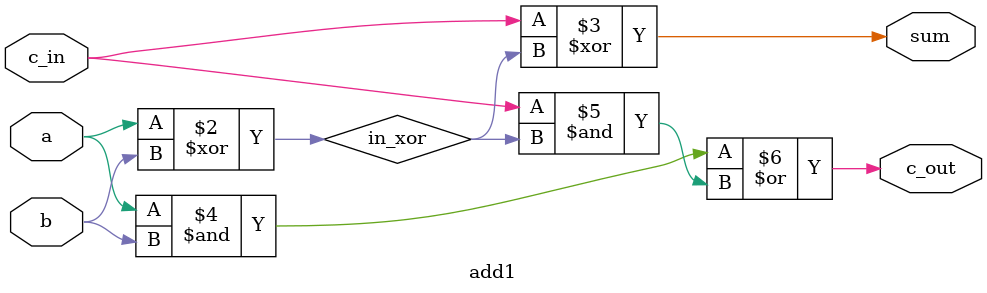
<source format=sv>
`timescale 1ns/1ps
`default_nettype none

module add1(a, b, c_in, sum, c_out);
   input wire a, b, c_in;
   output logic sum, c_out;

   // Midpoints
   logic in_xor;

   always_comb begin
      in_xor = a ^ b;

      sum = c_in ^ in_xor;
      c_out = (a & b) | (c_in & in_xor);
   end
endmodule

</source>
